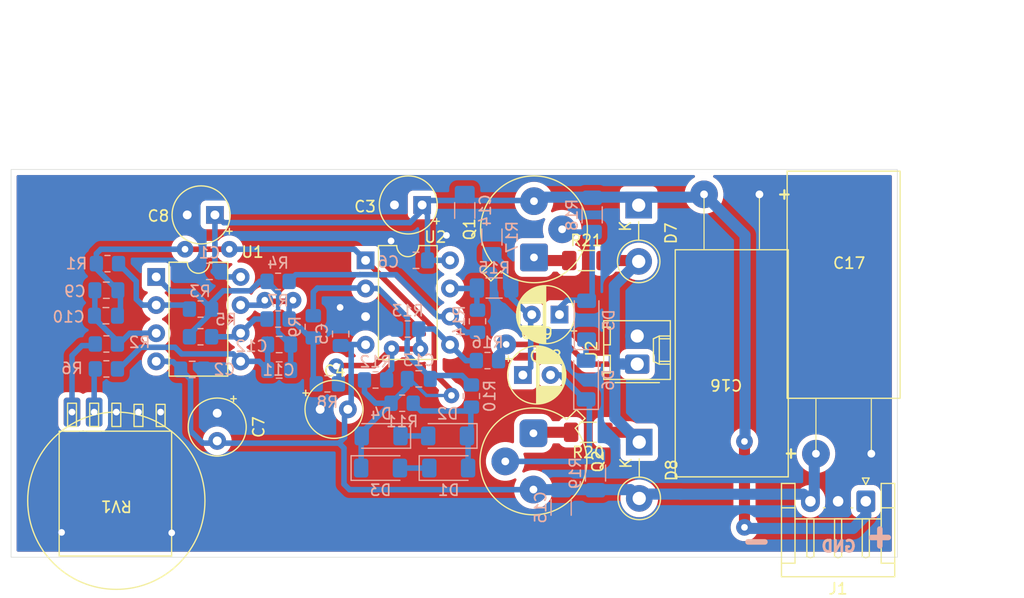
<source format=kicad_pcb>
(kicad_pcb (version 20241229) (generator "pcbnew") (generator_version "9.0")
  (layers (0 "F.Cu" signal) (2 "B.Cu" signal) (13 "F.Paste" user) (15 "B.Paste" user) (5 "F.SilkS" user "F.Silkscreen") (7 "B.SilkS" user "B.Silkscreen") (1 "F.Mask" user) (3 "B.Mask" user) (25 "Edge.Cuts" user))
  (net 0 "")
  (net 1 "Net-(D3-K)")
  (net 2 "+5V")
  (net 3 "GND")
  (net 4 "-5V")
  (net 5 "Net-(D1-K)")
  (net 6 "Net-(D1-A)")
  (net 7 "Net-(D2-A)")
  (net 8 "Net-(D5-K)")
  (net 9 "Net-(D5-A)")
  (net 10 "Net-(C18-Pad2)")
  (net 11 "Net-(D6-K)")
  (net 12 "Net-(R7-Pad1)")
  (net 13 "Net-(R14-Pad1)")
  (net 14 "Net-(U1A-+)")
  (net 15 "Net-(U1B-+)")
  (net 16 "Net-(U2A--)")
  (net 17 "Net-(U1A--)")
  (net 18 "Net-(U2B--)")
  (net 19 "Net-(U1B--)")
  (net 20 "Net-(U2B-+)")
  (net 21 "Net-(C11-Pad1)")
  (net 22 "Net-(RV1-R_out)")
  (net 23 "Net-(RV1-L_out)")
  (net 24 "Net-(D7-A)")
  (net 25 "Net-(Q1-E)")
  (net 26 "Net-(Q2-E)")
  (footprint "Package_TO_SOT_THT:TO-39-3" (layer "F.Cu") (at 167.15 108.81 -90)
    (property "Reference" "Q2")
    (property "Value" "BC161")
  )
  (footprint "Capacitor_THT:CP_Radial_D5.0mm_P2.50mm" (layer "F.Cu") (at 169.5 98.1 180)
    (property "Reference" "C18")
    (property "Value" "100u/16V")
  )
  (footprint "Package_DIP:DIP-8_W7.62mm" (layer "F.Cu") (at 133.1 94.7)
    (property "Reference" "U1")
    (property "Value" "RC4558")
  )
  (footprint "Kondensatory_elektrolityczne:2200u_6.3V" (layer "F.Cu") (at 195.15 94.855)
    (property "Reference" "C17")
    (property "Value" "2200u/6.3V")
  )
  (footprint "Potencjometr_THT:Potencjometr_podwójny_mp3" (layer "F.Cu") (at 129.5 114.9 180)
    (property "Reference" "RV1")
    (property "Value" "~")
  )
  (footprint "Resistor_SMD:R_1206_3216Metric_Pad1.30x1.75mm_HandSolder" (layer "F.Cu") (at 172.1 108.72 180)
    (property "Reference" "R20")
    (property "Value" "0R2")
  )
  (footprint "Capacitor_THT:CP_Radial_D5.0mm_P2.50mm" (layer "F.Cu") (at 166.194888 103.55)
    (property "Reference" "C19")
    (property "Value" "100u/16V")
  )
  (footprint "Capacitor_THT:CP_Radial_Tantal_D5.0mm_P2.50mm" (layer "F.Cu") (at 138.4 89.1 180)
    (property "Reference" "C8")
    (property "Value" "22u/10v")
  )
  (footprint "Package_DIP:DIP-8_W7.62mm" (layer "F.Cu") (at 152 93.2)
    (property "Reference" "U2")
    (property "Value" "RC4558")
  )
  (footprint "Capacitor_THT:CP_Radial_Tantal_D5.0mm_P2.50mm" (layer "F.Cu") (at 157.105113 88.2 180)
    (property "Reference" "C3")
    (property "Value" "22u/10v")
  )
  (footprint "Package_TO_SOT_THT:TO-39-3" (layer "F.Cu") (at 167.2 92.94 90)
    (property "Reference" "Q1")
    (property "Value" "BC141")
  )
  (footprint "Connector_JST:JST_EH_S3B-EH_1x03_P2.50mm_Horizontal" (layer "F.Cu") (at 197.15 114.95 180)
    (property "Reference" "J1")
    (property "Value" "Power")
  )
  (footprint "Kondensatory_elektrolityczne:2200u_6.3V" (layer "F.Cu") (at 185.05 103.045 180)
    (property "Reference" "C16")
    (property "Value" "2200u/6.3v")
  )
  (footprint "Diode_THT:D_DO-15_P5.08mm_Vertical_KathodeUp" (layer "F.Cu") (at 176.7 109.61 -90)
    (property "Reference" "D8")
    (property "Value" "1N4001")
  )
  (footprint "Capacitor_THT:CP_Radial_Tantal_D5.0mm_P2.50mm" (layer "F.Cu") (at 147.9 106.65)
    (property "Reference" "C4")
    (property "Value" "22u/10v")
  )
  (footprint "Capacitor_THT:CP_Radial_Tantal_D5.0mm_P2.50mm" (layer "F.Cu") (at 138.605113 107 -90)
    (property "Reference" "C7")
    (property "Value" "22u/10v")
  )
  (footprint "Diode_THT:D_DO-15_P5.08mm_Vertical_KathodeUp" (layer "F.Cu") (at 176.65 88.22 -90)
    (property "Reference" "D7")
    (property "Value" "1N4001")
  )
  (footprint "Connector_Molex:Molex_KK-254_AE-6410-02A_1x02_P2.54mm_Vertical" (layer "F.Cu") (at 176.52 102.57 90)
    (property "Reference" "J2")
    (property "Value" "Output")
  )
  (footprint "Resistor_SMD:R_1206_3216Metric_Pad1.30x1.75mm_HandSolder" (layer "F.Cu") (at 171.93 93.22)
    (property "Reference" "R21")
    (property "Value" "0R2")
  )
  (footprint "Capacitor_SMD:C_0805_2012Metric_Pad1.18x1.45mm_HandSolder" (layer "B.Cu") (at 156.8 103.9 180)
    (property "Reference" "C13")
    (property "Value" "270p")
  )
  (footprint "Diode_SMD:D_MiniMELF" (layer "B.Cu") (at 153.4 109.05 180)
    (property "Reference" "D4")
    (property "Value" "1N4148W")
  )
  (footprint "Capacitor_SMD:C_0805_2012Metric_Pad1.18x1.45mm_HandSolder" (layer "B.Cu") (at 144.2 103.1 180)
    (property "Reference" "C11")
    (property "Value" "220n")
  )
  (footprint "Capacitor_SMD:C_0805_2012Metric_Pad1.18x1.45mm_HandSolder" (layer "B.Cu") (at 149.75 99.85 -90)
    (property "Reference" "C5")
    (property "Value" "100n")
  )
  (footprint "Resistor_SMD:R_1206_3216Metric_Pad1.30x1.75mm_HandSolder" (layer "B.Cu") (at 172.45 89.1 -90)
    (property "Reference" "R18")
    (property "Value" "2k2")
  )
  (footprint "Resistor_SMD:R_0805_2012Metric_Pad1.20x1.40mm_HandSolder" (layer "B.Cu") (at 163 102.25 180)
    (property "Reference" "R16")
    (property "Value" "100k")
  )
  (footprint "Diode_SMD:D_MiniMELF" (layer "B.Cu") (at 159.5 111.95)
    (property "Reference" "D1")
    (property "Value" "1N4148W")
  )
  (footprint "Capacitor_SMD:C_0805_2012Metric_Pad1.18x1.45mm_HandSolder" (layer "B.Cu") (at 128.6 95.9 180)
    (property "Reference" "C9")
    (property "Value" "220n")
  )
  (footprint "Resistor_SMD:R_0805_2012Metric_Pad1.20x1.40mm_HandSolder" (layer "B.Cu") (at 137.1 100.1 180)
    (property "Reference" "R5")
    (property "Value" "10k")
  )
  (footprint "Resistor_SMD:R_0805_2012Metric_Pad1.20x1.40mm_HandSolder" (layer "B.Cu") (at 155.8 99.4 180)
    (property "Reference" "R13")
    (property "Value" "10k")
  )
  (footprint "Capacitor_SMD:C_0805_2012Metric_Pad1.18x1.45mm_HandSolder" (layer "B.Cu") (at 128.5625 98.2 180)
    (property "Reference" "C10")
    (property "Value" "220n")
  )
  (footprint "Capacitor_SMD:C_1206_3216Metric_Pad1.33x1.80mm_HandSolder" (layer "B.Cu") (at 160.95 88.7 90)
    (property "Reference" "C14")
    (property "Value" "100n")
  )
  (footprint "Resistor_SMD:R_0805_2012Metric_Pad1.20x1.40mm_HandSolder" (layer "B.Cu") (at 152.9 104 180)
    (property "Reference" "R12")
    (property "Value" "10k")
  )
  (footprint "Diode_SMD:D_MiniMELF" (layer "B.Cu") (at 171.95 98.6 90)
    (property "Reference" "D5")
    (property "Value" "1N4148W")
  )
  (footprint "Resistor_SMD:R_0805_2012Metric_Pad1.20x1.40mm_HandSolder" (layer "B.Cu") (at 155.3 106.1)
    (property "Reference" "R11")
    (property "Value" "3k9")
  )
  (footprint "Capacitor_SMD:C_0805_2012Metric_Pad1.18x1.45mm_HandSolder" (layer "B.Cu") (at 156.55 93.2 180)
    (property "Reference" "C6")
    (property "Value" "100n")
  )
  (footprint "Resistor_SMD:R_0805_2012Metric_Pad1.20x1.40mm_HandSolder" (layer "B.Cu") (at 161.55 105.45 90)
    (property "Reference" "R10")
    (property "Value" "1k8")
  )
  (footprint "Resistor_SMD:R_1206_3216Metric_Pad1.30x1.75mm_HandSolder" (layer "B.Cu") (at 172.75 112.4 -90)
    (property "Reference" "R19")
    (property "Value" "2k2")
  )
  (footprint "Resistor_SMD:R_0805_2012Metric_Pad1.20x1.40mm_HandSolder" (layer "B.Cu") (at 128.6 103)
    (property "Reference" "R6")
    (property "Value" "43k")
  )
  (footprint "Capacitor_SMD:C_0805_2012Metric_Pad1.18x1.45mm_HandSolder" (layer "B.Cu") (at 136.35 103.05)
    (property "Reference" "C2")
    (property "Value" "100n")
  )
  (footprint "Resistor_SMD:R_1206_3216Metric_Pad1.30x1.75mm_HandSolder" (layer "B.Cu") (at 163.4 91.1 90)
    (property "Reference" "R17")
    (property "Value" "5k1")
  )
  (footprint "Diode_SMD:D_MiniMELF" (layer "B.Cu") (at 171.9 104 90)
    (property "Reference" "D6")
    (property "Value" "1N4148W")
  )
  (footprint "Capacitor_SMD:C_0805_2012Metric_Pad1.18x1.45mm_HandSolder" (layer "B.Cu") (at 137.9 94.2 180)
    (property "Reference" "C1")
    (property "Value" "100n")
  )
  (footprint "Resistor_SMD:R_0805_2012Metric_Pad1.20x1.40mm_HandSolder" (layer "B.Cu") (at 144.1 95.1 180)
    (property "Reference" "R4")
    (property "Value" "10k")
  )
  (footprint "Resistor_SMD:R_0805_2012Metric_Pad1.20x1.40mm_HandSolder" (layer "B.Cu") (at 128.7 93.5)
    (property "Reference" "R1")
    (property "Value" "10k")
  )
  (footprint "Diode_SMD:D_MiniMELF" (layer "B.Cu") (at 159.4 109.05 180)
    (property "Reference" "D2")
    (property "Value" "1N4148W")
  )
  (footprint "Resistor_SMD:R_0805_2012Metric_Pad1.20x1.40mm_HandSolder" (layer "B.Cu") (at 147.28 99.2 -90)
    (property "Reference" "R9")
    (property "Value" "4k7")
  )
  (footprint "Resistor_SMD:R_0805_2012Metric_Pad1.20x1.40mm_HandSolder" (layer "B.Cu") (at 144.1 98.5 180)
    (property "Reference" "R7")
    (property "Value" "10k")
  )
  (footprint "Resistor_SMD:R_0805_2012Metric_Pad1.20x1.40mm_HandSolder" (layer "B.Cu") (at 162.1 98.7 -90)
    (property "Reference" "R14")
    (property "Value" "12k")
  )
  (footprint "Resistor_SMD:R_0805_2012Metric_Pad1.20x1.40mm_HandSolder" (layer "B.Cu") (at 137.1 97.6)
    (property "Reference" "R3")
    (property "Value" "10k")
  )
  (footprint "Capacitor_SMD:C_0805_2012Metric_Pad1.18x1.45mm_HandSolder" (layer "B.Cu") (at 144.2 100.8 180)
    (property "Reference" "C12")
    (property "Value" "220n")
  )
  (footprint "Diode_SMD:D_MiniMELF" (layer "B.Cu") (at 153.35 111.95)
    (property "Reference" "D3")
    (property "Value" "1N4148W")
  )
  (footprint "Resistor_SMD:R_1206_3216Metric_Pad1.30x1.75mm_HandSolder" (layer "B.Cu") (at 163.6 95.7 180)
    (property "Reference" "R15")
    (property "Value" "120")
  )
  (footprint "Resistor_SMD:R_0805_2012Metric_Pad1.20x1.40mm_HandSolder" (layer "B.Cu") (at 148.55 104.35)
    (property "Reference" "R8")
    (property "Value" "10k")
  )
  (footprint "Resistor_SMD:R_0805_2012Metric_Pad1.20x1.40mm_HandSolder" (layer "B.Cu") (at 128.6 100.75)
    (property "Reference" "R2")
    (property "Value" "43k")
  )
  (footprint "Capacitor_SMD:C_1206_3216Metric_Pad1.33x1.80mm_HandSolder" (layer "B.Cu") (at 169.65 115.5 -90)
    (property "Reference" "C15")
    (property "Value" "100n")
  )
  (gr_rect (start 120 85) (end 200 120) (stroke (width 0.05)) (fill no) (layer "Edge.Cuts"))
  (gr_text "GND" (at 194.7 119.6 -0) (layer "B.SilkS") (effects (font (size 1 1) (thickness 0.25) (bold yes)) (justify bottom mirror)))
  (gr_text "+" (at 196.85 119.25 -0) (layer "B.SilkS") (effects (font (size 2 2) (thickness 0.5) (bold yes)) (justify left bottom)))
  (gr_text "-" (at 188.85 119.65 -0) (layer "B.SilkS") (effects (font (size 2 2) (thickness 0.5) (bold yes)) (justify left bottom mirror)))
  (segment (start 139.7 92.2) (end 135.7 92.2) (width 0.5) (layer "F.Cu") (net 1))
  (segment (start 158.2 103.4) (end 158.2 99.4) (width 0.5) (layer "F.Cu") (net 1))
  (segment (start 159.75 104.95) (end 158.2 103.4) (width 0.5) (layer "F.Cu") (net 1))
  (segment (start 158.2 99.4) (end 152 93.2) (width 0.5) (layer "F.Cu") (net 1))
  (segment (start 159.75 105.4) (end 159.75 104.95) (width 0.5) (layer "F.Cu") (net 1))
  (via (at 139.7 92.2) (size 1.5) (drill 0.6) (layers "F.Cu" "B.Cu") (net 1))
  (via (at 135.7 92.2) (size 1.5) (drill 0.6) (layers "F.Cu" "B.Cu") (net 1))
  (via (at 159.75 105.4) (size 1.4) (drill 0.6) (layers "F.Cu" "B.Cu") (net 1))
  (segment (start 127.7 92.6) (end 127.7 93.5) (width 0.5) (layer "B.Cu") (net 1))
  (segment (start 127.7 93.5) (end 127.7 93.9625) (width 0.5) (layer "B.Cu") (net 1))
  (segment (start 155.7625 103.6) (end 155.7625 104.6375) (width 0.3) (layer "B.Cu") (net 1))
  (segment (start 128.1 92.2) (end 127.7 92.6) (width 0.5) (layer "B.Cu") (net 1))
  (segment (start 159.7 105.4) (end 157.5 105.4) (width 0.3) (layer "B.Cu") (net 1))
  (segment (start 153.944544 106.1) (end 153.844544 106) (width 0.3) (layer "B.Cu") (net 1))
  (segment (start 151.35 109) (end 151.4 109) (width 0.3) (layer "B.Cu") (net 1))
  (segment (start 151.9 105.1) (end 152.9 106.1) (width 0.5) (layer "B.Cu") (net 1))
  (segment (start 127.7 93.9625) (end 129.6375 95.9) (width 0.5) (layer "B.Cu") (net 1))
  (segment (start 155.7625 104.6375) (end 154.3 106.1) (width 0.5) (layer "B.Cu") (net 1))
  (segment (start 159.75 105.35) (end 159.7 105.4) (width 0.3) (layer "B.Cu") (net 1))
  (segment (start 151 92.2) (end 152 93.2) (width 0.5) (layer "B.Cu") (net 1))
  (segment (start 156 103.9) (end 155.7625 103.9) (width 0.3) (layer "B.Cu") (net 1))
  (segment (start 129.875 95.8) (end 129.875 98.0625) (width 0.5) (layer "B.Cu") (net 1))
  (segment (start 157.5 105.4) (end 156 103.9) (width 0.3) (layer "B.Cu") (net 1))
  (segment (start 154.3 106.1) (end 153.944544 106.1) (width 0.3) (layer "B.Cu") (net 1))
  (segment (start 139.7 92.2) (end 151 92.2) (width 0.5) (layer "B.Cu") (net 1))
  (segment (start 151.9 104) (end 151.9 105.1) (width 0.5) (layer "B.Cu") (net 1))
  (segment (start 159.75 105.4) (end 159.75 105.35) (width 0.3) (layer "B.Cu") (net 1))
  (segment (start 151.6 111.95) (end 151.6 109.1) (width 0.5) (layer "B.Cu") (net 1))
  (segment (start 129.875 98.0625) (end 129.8375 98.1) (width 0.5) (layer "B.Cu") (net 1))
  (segment (start 135.7 92.2) (end 128.1 92.2) (width 0.5) (layer "B.Cu") (net 1))
  (segment (start 151.65 108.75) (end 154.3 106.1) (width 0.5) (layer "B.Cu") (net 1))
  (segment (start 152.9 106.1) (end 154.3 106.1) (width 0.5) (layer "B.Cu") (net 1))
  (segment (start 186.4 109.75) (end 186.2 109.55) (width 1) (layer "F.Cu") (net 2))
  (segment (start 186.2 117.3) (end 186.1 117.2) (width 1) (layer "F.Cu") (net 2))
  (segment (start 186.2 109.55) (end 186.2 117.3) (width 1) (layer "F.Cu") (net 2))
  (via (at 186.2 117.3) (size 1.5) (drill 0.6) (layers "F.Cu" "B.Cu") (net 2))
  (via (at 186.2 109.55) (size 1.5) (drill 0.6) (layers "F.Cu" "B.Cu") (net 2))
  (segment (start 157.5875 89.017613) (end 157.0375 88.467613) (width 0.5) (layer "B.Cu") (net 2))
  (segment (start 139.2 89.8) (end 156 89.8) (width 0.5) (layer "B.Cu") (net 2))
  (segment (start 167.56 87.5) (end 182.295 87.5) (width 1) (layer "B.Cu") (net 2))
  (segment (start 167.14 87.8) (end 167.2 87.86) (width 0.5) (layer "B.Cu") (net 2))
  (segment (start 186.2 117.3) (end 186.3 117.4) (width 1) (layer "B.Cu") (net 2))
  (segment (start 156 89.8) (end 157.105113 88.694887) (width 0.5) (layer "B.Cu") (net 2))
  (segment (start 196 117.4) (end 197.15 116.25) (width 1) (layer "B.Cu") (net 2))
  (segment (start 159.62 93.2) (end 157.5875 93.2) (width 0.5) (layer "B.Cu") (net 2))
  (segment (start 182.295 87.5) (end 182.55 87.245) (width 1) (layer "B.Cu") (net 2))
  (segment (start 138.5 89.1) (end 139.2 89.8) (width 0.5) (layer "B.Cu") (net 2))
  (segment (start 161.15 87.8) (end 165.15 87.8) (width 0.5) (layer "B.Cu") (net 2))
  (segment (start 140.72 94.7) (end 138.7375 94.7) (width 0.5) (layer "B.Cu") (net 2))
  (segment (start 138.4 89.1) (end 138.4 94.0375) (width 0.5) (layer "B.Cu") (net 2))
  (segment (start 157.105113 87.9) (end 157.205113 87.8) (width 0.5) (layer "B.Cu") (net 2))
  (segment (start 186.25 109.5) (end 186.25 90.945) (width 1) (layer "B.Cu") (net 2))
  (segment (start 186.25 90.945) (end 182.55 87.245) (width 1) (layer "B.Cu") (net 2))
  (segment (start 138.7375 94.7) (end 138.2375 94.2) (width 0.5) (layer "B.Cu") (net 2))
  (segment (start 157.205113 87.8) (end 161.15 87.8) (width 0.5) (layer "B.Cu") (net 2))
  (segment (start 161.05 87.7) (end 161.15 87.8) (width 0.5) (layer "B.Cu") (net 2))
  (segment (start 157.5875 93.2) (end 157.5875 89.017613) (width 0.5) (layer "B.Cu") (net 2))
  (segment (start 167.2 87.86) (end 167.56 87.5) (width 1) (layer "B.Cu") (net 2))
  (segment (start 186.2 109.55) (end 186.25 109.5) (width 1) (layer "B.Cu") (net 2))
  (segment (start 157.105113 88.694887) (end 157.105113 87.9) (width 0.5) (layer "B.Cu") (net 2))
  (segment (start 138.4 89.1) (end 138.5 89.1) (width 1) (layer "B.Cu") (net 2))
  (segment (start 186.3 117.4) (end 196 117.4) (width 1) (layer "B.Cu") (net 2))
  (segment (start 165.15 87.8) (end 167.14 87.8) (width 0.5) (layer "B.Cu") (net 2))
  (segment (start 138.4 94.0375) (end 138.2375 94.2) (width 0.5) (layer "B.Cu") (net 2))
  (segment (start 197.15 116.25) (end 197.15 114.95) (width 1) (layer "B.Cu") (net 2))
  (via (at 154.3 91.45) (size 1.5) (drill 0.6) (layers "F.Cu" "B.Cu") (net 3))
  (via (at 149.7 97.45) (size 1.5) (drill 0.6) (layers "F.Cu" "B.Cu") (net 3))
  (via (at 159.3 90.95) (size 1.5) (drill 0.6) (layers "F.Cu" "B.Cu") (net 3))
  (segment (start 154.9 93.1375) (end 154.9625 93.2) (width 0.3) (layer "B.Cu") (net 3))
  (segment (start 150.7 101) (end 150.7 106.35) (width 0.5) (layer "B.Cu") (net 4))
  (segment (start 192.5 114.6) (end 192.15 114.95) (width 1) (layer "B.Cu") (net 4))
  (segment (start 191.5125 114.3125) (end 192.15 114.95) (width 1) (layer "B.Cu") (net 4))
  (segment (start 192.5 110.805) (end 192.5 114.6) (width 1) (layer "B.Cu") (net 4))
  (segment (start 150.05 113.4) (end 150.05 110.15) (width 0.5) (layer "B.Cu") (net 4))
  (segment (start 136.2 103.9375) (end 136.2 108.65) (width 0.5) (layer "B.Cu") (net 4))
  (segment (start 167.08 113.9) (end 150.55 113.9) (width 0.5) (layer "B.Cu") (net 4))
  (segment (start 150.7 106.35) (end 150.4 106.65) (width 0.5) (layer "B.Cu") (net 4))
  (segment (start 176.7 114.69) (end 175.91 113.9) (width 1) (layer "B.Cu") (net 4))
  (segment (start 150.1 109.2) (end 149.6 109.7) (width 0.5) (layer "B.Cu") (net 4))
  (segment (start 175.91 113.9) (end 167.16 113.9) (width 1) (layer "B.Cu") (net 4))
  (segment (start 180.45 114.3125) (end 191.5125 114.3125) (width 1) (layer "B.Cu") (net 4))
  (segment (start 180.4375 114.3) (end 177.09 114.3) (width 1) (layer "B.Cu") (net 4))
  (segment (start 180.45 114.3125) (end 180.4375 114.3) (width 1) (layer "B.Cu") (net 4))
  (segment (start 177.09 114.3) (end 176.7 114.69) (width 1) (layer "B.Cu") (net 4))
  (segment (start 150.4 106.65) (end 150.1 106.95) (width 0.5) (layer "B.Cu") (net 4))
  (segment (start 150.05 110.15) (end 149.6 109.7) (width 0.5) (layer "B.Cu") (net 4))
  (segment (start 136.3 108.75) (end 136.35 108.75) (width 0.5) (layer "B.Cu") (net 4))
  (segment (start 134.159636 102.351) (end 134.6135 102.351) (width 0.5) (layer "B.Cu") (net 4))
  (segment (start 151.98 100.8) (end 152 100.82) (width 0.5) (layer "B.Cu") (net 4))
  (segment (start 136.35 108.75) (end 137.3 109.7) (width 0.5) (layer "B.Cu") (net 4))
  (segment (start 150.55 113.9) (end 150.05 113.4) (width 0.5) (layer "B.Cu") (net 4))
  (segment (start 136.2 108.65) (end 136.3 108.75) (width 0.5) (layer "B.Cu") (net 4))
  (segment (start 192.4 110.705) (end 192.5 110.805) (width 1) (layer "B.Cu") (net 4))
  (segment (start 167.16 113.9) (end 167.15 113.89) (width 1) (layer "B.Cu") (net 4))
  (segment (start 134.6135 102.351) (end 136.2 103.9375) (width 0.5) (layer "B.Cu") (net 4))
  (segment (start 137.3 109.7) (end 149.6 109.7) (width 0.5) (layer "B.Cu") (net 4))
  (segment (start 167.11 113.93) (end 167.08 113.9) (width 0.5) (layer "B.Cu") (net 4))
  (segment (start 150.1 106.95) (end 150.1 109.2) (width 0.5) (layer "B.Cu") (net 4))
  (segment (start 134.128636 102.32) (end 134.159636 102.351) (width 0.5) (layer "B.Cu") (net 4))
  (segment (start 133.1 102.32) (end 134.128636 102.32) (width 0.5) (layer "B.Cu") (net 4))
  (segment (start 149.7375 100.8) (end 151.98 100.8) (width 0.5) (layer "B.Cu") (net 4))
  (segment (start 155.1 111.95) (end 157.75 111.95) (width 0.5) (layer "B.Cu") (net 5))
  (segment (start 161.2 106.8) (end 157 106.8) (width 0.5) (layer "B.Cu") (net 6))
  (segment (start 161.25 109.15) (end 161.15 109.05) (width 0.5) (layer "B.Cu") (net 6))
  (segment (start 161.5 106.5) (end 161.55 106.45) (width 0.5) (layer "B.Cu") (net 6))
  (segment (start 161.55 106.45) (end 161.2 106.8) (width 0.5) (layer "B.Cu") (net 6))
  (segment (start 157 106.8) (end 156.3 106.1) (width 0.5) (layer "B.Cu") (net 6))
  (segment (start 161.5 108.7) (end 161.5 106.5) (width 0.5) (layer "B.Cu") (net 6))
  (segment (start 161.25 111.95) (end 161.25 109.15) (width 0.5) (layer "B.Cu") (net 6))
  (segment (start 161.15 109.05) (end 161.5 108.7) (width 0.5) (layer "B.Cu") (net 6))
  (segment (start 155.15 109.05) (end 157.65 109.05) (width 0.5) (layer "B.Cu") (net 7))
  (segment (start 171.95 100.35) (end 171.9 100.4) (width 0.5) (layer "B.Cu") (net 8))
  (segment (start 171.9 100.4) (end 171.9 102.25) (width 0.5) (layer "B.Cu") (net 8))
  (segment (start 172.45 90.65) (end 172.45 96.8) (width 0.5) (layer "B.Cu") (net 9))
  (segment (start 169.99 90.65) (end 169.74 90.4) (width 0.5) (layer "B.Cu") (net 9))
  (segment (start 172.45 96.8) (end 170.2 96.8) (width 0.5) (layer "B.Cu") (net 9))
  (segment (start 172.45 90.65) (end 169.99 90.65) (width 0.5) (layer "B.Cu") (net 9))
  (segment (start 170.2 96.8) (end 169.5 97.5) (width 0.5) (layer "B.Cu") (net 9))
  (segment (start 169.5 97.5) (end 169.5 98.1) (width 0.5) (layer "B.Cu") (net 9))
  (segment (start 166.9 98.3) (end 166.9 102.844888) (width 0.5) (layer "B.Cu") (net 10))
  (segment (start 163.4 92.65) (end 163.55 92.65) (width 0.5) (layer "B.Cu") (net 10))
  (segment (start 165.15 95.7) (end 165.15 96.55) (width 0.5) (layer "B.Cu") (net 10))
  (segment (start 166.194888 103.55) (end 166.644888 103.55) (width 0.5) (layer "B.Cu") (net 10))
  (segment (start 166.9 102.844888) (end 166.194888 103.55) (width 0.5) (layer "B.Cu") (net 10))
  (segment (start 165.15 96.55) (end 166.9 98.3) (width 0.5) (layer "B.Cu") (net 10))
  (segment (start 163.55 92.65) (end 164.65 93.75) (width 0.5) (layer "B.Cu") (net 10))
  (segment (start 164.65 93.75) (end 164.65 95.7) (width 0.5) (layer "B.Cu") (net 10))
  (segment (start 168.694888 103.55) (end 169.55 103.55) (width 0.5) (layer "B.Cu") (net 11))
  (segment (start 172.2 106.2) (end 172.2 110.6) (width 0.5) (layer "B.Cu") (net 11))
  (segment (start 169.55 103.55) (end 172.2 106.2) (width 0.5) (layer "B.Cu") (net 11))
  (segment (start 172.95 111.35) (end 164.61 111.35) (width 0.5) (layer "B.Cu") (net 11))
  (segment (start 145.45 96.8) (end 145.35 96.9) (width 0.5) (layer "F.Cu") (net 12))
  (segment (start 145.35 96.9) (end 143 96.9) (width 0.5) (layer "F.Cu") (net 12))
  (segment (start 142.9 96.8) (end 143.05 96.8) (width 0.3) (layer "F.Cu") (net 12))
  (segment (start 143 96.9) (end 142.9 96.8) (width 0.5) (layer "F.Cu") (net 12))
  (via (at 142.9 96.8) (size 1.5) (drill 0.6) (layers "F.Cu" "B.Cu") (net 12))
  (via (at 145.45 96.8) (size 1.5) (drill 0.6) (layers "F.Cu" "B.Cu") (net 12))
  (segment (start 147.28 104.08) (end 147.28 100.2) (width 0.5) (layer "B.Cu") (net 12))
  (segment (start 142.9 96.8) (end 142.9 96.95) (width 0.5) (layer "B.Cu") (net 12))
  (segment (start 142.9 96.95) (end 142.6 97.25) (width 0.5) (layer "B.Cu") (net 12))
  (segment (start 147.26 100.44) (end 145.06 98.24) (width 0.5) (layer "B.Cu") (net 12))
  (segment (start 142.6 97.25) (end 140.73 97.25) (width 0.5) (layer "B.Cu") (net 12))
  (segment (start 140.73 97.25) (end 140.72 97.24) (width 0.5) (layer "B.Cu") (net 12))
  (segment (start 145.45 96.8) (end 145.45 96.85) (width 0.5) (layer "B.Cu") (net 12))
  (segment (start 145.1 97.2) (end 145.1 98.5) (width 0.5) (layer "B.Cu") (net 12))
  (segment (start 147.35 104.15) (end 147.28 104.08) (width 0.5) (layer "B.Cu") (net 12))
  (segment (start 145.45 96.85) (end 145.1 97.2) (width 0.5) (layer "B.Cu") (net 12))
  (segment (start 145.1 98.5) (end 145.4 98.2) (width 0.3) (layer "B.Cu") (net 12))
  (segment (start 162.05 95.2) (end 162.05 97.65) (width 0.5) (layer "B.Cu") (net 13))
  (segment (start 162.05 97.65) (end 162.1 97.7) (width 0.5) (layer "B.Cu") (net 13))
  (segment (start 159.62 95.74) (end 161.51 95.74) (width 0.5) (layer "B.Cu") (net 13))
  (segment (start 129.6 100.9) (end 130.72 99.78) (width 0.5) (layer "B.Cu") (net 14))
  (segment (start 130.72 99.78) (end 133.1 99.78) (width 0.5) (layer "B.Cu") (net 14))
  (segment (start 127.525 98.425) (end 129.6 100.5) (width 0.5) (layer "B.Cu") (net 14))
  (segment (start 127.5625 95.9) (end 127.5625 98.1625) (width 0.5) (layer "B.Cu") (net 14))
  (segment (start 127.525 98.2) (end 127.525 98.425) (width 0.5) (layer "B.Cu") (net 14))
  (segment (start 129.6 100.5) (end 129.6 100.9) (width 0.5) (layer "B.Cu") (net 14))
  (segment (start 127.5625 98.1625) (end 127.525 98.2) (width 0.5) (layer "B.Cu") (net 14))
  (segment (start 140.72 102.32) (end 142.3825 102.32) (width 0.5) (layer "B.Cu") (net 15))
  (segment (start 140.05 101.65) (end 140.72 102.32) (width 0.5) (layer "B.Cu") (net 15))
  (segment (start 143.1625 100.8) (end 143.1625 100.23125) (width 0.3) (layer "B.Cu") (net 15))
  (segment (start 142.3825 102.32) (end 143.1625 103.1) (width 0.5) (layer "B.Cu") (net 15))
  (segment (start 129.75 103) (end 131.7 101.05) (width 0.5) (layer "B.Cu") (net 15))
  (segment (start 129.75 103) (end 129.6 103) (width 0.3) (layer "B.Cu") (net 15))
  (segment (start 131.7 101.05) (end 134.8 101.05) (width 0.5) (layer "B.Cu") (net 15))
  (segment (start 134.8 101.05) (end 135.4 101.65) (width 0.5) (layer "B.Cu") (net 15))
  (segment (start 143.1625 100.23125) (end 143.13125 100.2) (width 0.3) (layer "B.Cu") (net 15))
  (segment (start 143.1625 103.1) (end 143.1625 100.8) (width 0.5) (layer "B.Cu") (net 15))
  (segment (start 135.4 101.65) (end 140.05 101.65) (width 0.5) (layer "B.Cu") (net 15))
  (segment (start 155.8 100.45) (end 155.8 98.4) (width 0.4) (layer "B.Cu") (net 16))
  (segment (start 147.28 96.07) (end 147.28 98.2) (width 0.5) (layer "B.Cu") (net 16))
  (segment (start 155.75 98.35) (end 153.14 95.74) (width 0.5) (layer "B.Cu") (net 16))
  (segment (start 160.7 103.6) (end 161.55 104.45) (width 0.5) (layer "B.Cu") (net 16))
  (segment (start 153.14 95.74) (end 152 95.74) (width 0.5) (layer "B.Cu") (net 16))
  (segment (start 157.65 103.6) (end 160.7 103.6) (width 0.5) (layer "B.Cu") (net 16))
  (segment (start 151.96 95.7) (end 152 95.74) (width 0.3) (layer "B.Cu") (net 16))
  (segment (start 155.8 98.4) (end 155.75 98.35) (width 0.3) (layer "B.Cu") (net 16))
  (segment (start 147.65 95.7) (end 151.96 95.7) (width 0.5) (layer "B.Cu") (net 16))
  (segment (start 147.28 96.07) (end 147.65 95.7) (width 0.5) (layer "B.Cu") (net 16))
  (segment (start 155.75 100.5) (end 155.75 101.7) (width 0.5) (layer "B.Cu") (net 16))
  (segment (start 155.75 101.7) (end 157.65 103.6) (width 0.5) (layer "B.Cu") (net 16))
  (segment (start 133.1 97.24) (end 131.86 97.24) (width 0.5) (layer "B.Cu") (net 17))
  (segment (start 133.1 97.2) (end 133.1 97.24) (width 0.5) (layer "B.Cu") (net 17))
  (segment (start 131.85 97.25) (end 131.3 96.7) (width 0.5) (layer "B.Cu") (net 17))
  (segment (start 131.3 95.1) (end 129.7 93.5) (width 0.5) (layer "B.Cu") (net 17))
  (segment (start 131.3 96.7) (end 131.3 95.1) (width 0.5) (layer "B.Cu") (net 17))
  (segment (start 133.1 97.24) (end 135.74 97.24) (width 0.5) (layer "B.Cu") (net 17))
  (segment (start 135.74 97.24) (end 136.1 97.6) (width 0.5) (layer "B.Cu") (net 17))
  (segment (start 152.518182 94.489) (end 151.481818 94.489) (width 0.5) (layer "B.Cu") (net 18))
  (segment (start 158.53 98.28) (end 154.75 94.5) (width 0.5) (layer "B.Cu") (net 18))
  (segment (start 151.470818 94.5) (end 145.7 94.5) (width 0.5) (layer "B.Cu") (net 18))
  (segment (start 151.481818 94.489) (end 151.470818 94.5) (width 0.5) (layer "B.Cu") (net 18))
  (segment (start 161.17 99.7) (end 162.1 99.7) (width 0.5) (layer "B.Cu") (net 18))
  (segment (start 159.62 98.28) (end 161.06 99.72) (width 0.5) (layer "B.Cu") (net 18))
  (segment (start 154.75 94.5) (end 152.529182 94.5) (width 0.5) (layer "B.Cu") (net 18))
  (segment (start 161.15 99.72) (end 161.17 99.7) (width 0.5) (layer "B.Cu") (net 18))
  (segment (start 161.06 99.72) (end 161.15 99.72) (width 0.5) (layer "B.Cu") (net 18))
  (segment (start 145.7 94.5) (end 145.1 95.1) (width 0.5) (layer "B.Cu") (net 18))
  (segment (start 159.62 98.28) (end 158.53 98.28) (width 0.5) (layer "B.Cu") (net 18))
  (segment (start 152.529182 94.5) (end 152.518182 94.489) (width 0.5) (layer "B.Cu") (net 18))
  (segment (start 140.72 99.78) (end 142 98.5) (width 0.5) (layer "B.Cu") (net 19))
  (segment (start 140.4 100.1) (end 140.72 99.78) (width 0.5) (layer "B.Cu") (net 19))
  (segment (start 142 98.5) (end 143.1 98.5) (width 0.5) (layer "B.Cu") (net 19))
  (segment (start 138.1 100.1) (end 140.4 100.1) (width 0.5) (layer "B.Cu") (net 19))
  (segment (start 156.95 101.2) (end 154.4 101.2) (width 0.5) (layer "F.Cu") (net 20))
  (segment (start 149.4 102.7) (end 152.8 102.7) (width 0.5) (layer "F.Cu") (net 20))
  (segment (start 149.35 102.75) (end 149.4 102.7) (width 0.5) (layer "F.Cu") (net 20))
  (segment (start 152.8 102.7) (end 154.35 101.15) (width 0.5) (layer "F.Cu") (net 20))
  (segment (start 154.4 101.2) (end 154.35 101.15) (width 0.5) (layer "F.Cu") (net 20))
  (via (at 154.35 101.15) (size 1.4) (drill 0.6) (layers "F.Cu" "B.Cu") (net 20))
  (via (at 156.95 101.2) (size 1.4) (drill 0.6) (layers "F.Cu" "B.Cu") (net 20))
  (via (at 149.35 102.75) (size 1.4) (drill 0.6) (layers "F.Cu" "B.Cu") (net 20))
  (segment (start 156.95 100.6) (end 156.8 100.45) (width 0.5) (layer "B.Cu") (net 20))
  (segment (start 162.1 102.15) (end 162 102.25) (width 0.7) (layer "B.Cu") (net 20))
  (segment (start 158.2 99.4) (end 159.62 100.82) (width 0.5) (layer "B.Cu") (net 20))
  (segment (start 156.8 99.4) (end 158.2 99.4) (width 0.5) (layer "B.Cu") (net 20))
  (segment (start 154.35 101.15) (end 154.35 103.05) (width 0.5) (layer "B.Cu") (net 20))
  (segment (start 154.35 103.05) (end 153.8 103.6) (width 0.5) (layer "B.Cu") (net 20))
  (segment (start 161.05 102.25) (end 159.62 100.82) (width 0.5) (layer "B.Cu") (net 20))
  (segment (start 149.6 103) (end 149.6 104.1) (width 0.5) (layer "B.Cu") (net 20))
  (segment (start 149.35 102.75) (end 149.6 103) (width 0.5) (layer "B.Cu") (net 20))
  (segment (start 162 102.25) (end 161.05 102.25) (width 0.5) (layer "B.Cu") (net 20))
  (segment (start 156.95 101.2) (end 156.95 100.6) (width 0.5) (layer "B.Cu") (net 20))
  (segment (start 156.8 100.45) (end 156.8 99.4) (width 0.5) (layer "B.Cu") (net 20))
  (segment (start 138.1 97.6) (end 138.1 97.9) (width 0.5) (layer "B.Cu") (net 21))
  (segment (start 144.1 96.2) (end 144.1 99.7) (width 0.4) (layer "B.Cu") (net 21))
  (segment (start 136.5 96) (end 138.1 97.6) (width 0.5) (layer "B.Cu") (net 21))
  (segment (start 139.15 95.95) (end 141.6 95.95) (width 0.5) (layer "B.Cu") (net 21))
  (segment (start 133.1 94.7) (end 134.4 96) (width 0.5) (layer "B.Cu") (net 21))
  (segment (start 144.6 100.2) (end 145.3375 100.2) (width 0.3) (layer "B.Cu") (net 21))
  (segment (start 134.4 96) (end 136.5 96) (width 0.5) (layer "B.Cu") (net 21))
  (segment (start 144.15 99.75) (end 144.6 100.2) (width 0.3) (layer "B.Cu") (net 21))
  (segment (start 142.45 95.1) (end 143.1 95.1) (width 0.5) (layer "B.Cu") (net 21))
  (segment (start 143.1 95.1) (end 144.15 96.15) (width 0.5) (layer "B.Cu") (net 21))
  (segment (start 138.1 97.9) (end 136.1 99.9) (width 0.5) (layer "B.Cu") (net 21))
  (segment (start 144.15 99.75) (end 145.2 100.8) (width 0.5) (layer "B.Cu") (net 21))
  (segment (start 145.2375 100.8) (end 145.2375 102.9) (width 0.5) (layer "B.Cu") (net 21))
  (segment (start 141.6 95.95) (end 142.45 95.1) (width 0.5) (layer "B.Cu") (net 21))
  (segment (start 136.1 99.9) (end 136.1 100.1) (width 0.5) (layer "B.Cu") (net 21))
  (segment (start 144.15 96.15) (end 144.1 96.2) (width 0.4) (layer "B.Cu") (net 21))
  (segment (start 138.1 97) (end 139.15 95.95) (width 0.5) (layer "B.Cu") (net 21))
  (segment (start 145.2 100.8) (end 145.2375 100.8) (width 0.5) (layer "B.Cu") (net 21))
  (segment (start 144.1 99.7) (end 144.15 99.75) (width 0.4) (layer "B.Cu") (net 21))
  (segment (start 138.1 97) (end 138.1 97.6) (width 0.3) (layer "B.Cu") (net 21))
  (segment (start 127.3 103) (end 127.6 103) (width 0.5) (layer "B.Cu") (net 22))
  (segment (start 127.6 103) (end 127.5 103.1) (width 0.5) (layer "B.Cu") (net 22))
  (segment (start 127.5 103.1) (end 127.5 106.9) (width 0.5) (layer "B.Cu") (net 22))
  (segment (start 126.4 100.9) (end 125.5 101.8) (width 0.5) (layer "B.Cu") (net 23))
  (segment (start 125.5 101.8) (end 125.5 106.9) (width 0.5) (layer "B.Cu") (net 23))
  (segment (start 127.6 100.9) (end 126.4 100.9) (width 0.5) (layer "B.Cu") (net 23))
  (segment (start 173.65 108.72) (end 175.81 108.72) (width 1) (layer "F.Cu") (net 24))
  (segment (start 176.57 93.22) (end 176.65 93.3) (width 1) (layer "F.Cu") (net 24))
  (segment (start 173.48 93.22) (end 176.57 93.22) (width 1) (layer "F.Cu") (net 24))
  (segment (start 175.81 108.72) (end 176.7 109.61) (width 1) (layer "F.Cu") (net 24))
  (segment (start 170.2 100.79) (end 171.98 102.57) (width 0.5) (layer "F.Cu") (net 24))
  (segment (start 171.98 102.57) (end 176.52 102.57) (width 0.5) (layer "F.Cu") (net 24))
  (segment (start 164.69 100.79) (end 170.2 100.79) (width 0.5) (layer "F.Cu") (net 24))
  (via (at 164.69 100.79) (size 1.8) (drill 0.6) (layers "F.Cu" "B.Cu") (net 24))
  (segment (start 175.25 102.55) (end 175.27 102.57) (width 1) (layer "B.Cu") (net 24))
  (segment (start 174.725 102.55) (end 174.5 102.775) (width 1) (layer "B.Cu") (net 24))
  (segment (start 163.81 102.06) (end 164 102.25) (width 0.5) (layer "B.Cu") (net 24))
  (segment (start 163.81 101.67) (end 163.81 102.06) (width 0.5) (layer "B.Cu") (net 24))
  (segment (start 176.65 93.3) (end 174.45 95.5) (width 1) (layer "B.Cu") (net 24))
  (segment (start 174.5 102.775) (end 174.5 107.41) (width 1) (layer "B.Cu") (net 24))
  (segment (start 175.27 102.57) (end 176.52 102.57) (width 1) (layer "B.Cu") (net 24))
  (segment (start 174.45 95.5) (end 174.45 102.275) (width 1) (layer "B.Cu") (net 24))
  (segment (start 174.725 102.55) (end 175.25 102.55) (width 1) (layer "B.Cu") (net 24))
  (segment (start 164.69 100.79) (end 163.81 101.67) (width 0.5) (layer "B.Cu") (net 24))
  (segment (start 174.5 107.41) (end 176.7 109.61) (width 1) (layer "B.Cu") (net 24))
  (segment (start 174.45 102.275) (end 174.725 102.55) (width 1) (layer "B.Cu") (net 24))
  (segment (start 167.48 93.22) (end 167.2 92.94) (width 1) (layer "F.Cu") (net 25))
  (segment (start 170.38 93.22) (end 167.48 93.22) (width 1) (layer "F.Cu") (net 25))
  (segment (start 167.24 108.72) (end 167.15 108.81) (width 1) (layer "F.Cu") (net 26))
  (segment (start 170.55 108.72) (end 167.24 108.72) (width 1) (layer "F.Cu") (net 26))
  (segment (start 167.16 108.8) (end 167.15 108.81) (width 1) (layer "F.Cu") (net 26))
  (zone (net 3) (net_name "GND") (layers "F.Cu" "B.Cu") (connect_pads yes (clearance 0.5)) (min_thickness 0.25) (fill yes (thermal_gap 0.5) (thermal_bridge_width 0.5) (smoothing chamfer))
    (polygon (pts (xy 119 84) (xy 201 84) (xy 201 121) (xy 119 121)))
  )
)
</source>
